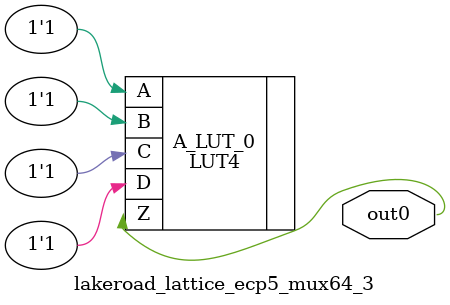
<source format=v>

/* Generated by Yosys 0.19 (git sha1 a45c131b37c, clang 13.1.6 -fPIC -Os) */

module lakeroad_lattice_ecp5_mux64_3(out0);
  wire _0_;
  wire _1_;
  wire _2_;
  wire _3_;
  wire _4_;
  wire _5_;
  wire _6_;
  output out0;
  wire out0;
  LUT4 #(
    .INIT(16'h8000)
  ) A_LUT_0 (
    .A(1'h1),
    .B(1'h1),
    .C(1'h1),
    .D(1'h1),
    .Z(out0)
  );
  LUT4 #(
    .INIT(16'h0000)
  ) B_LUT_1 (
    .A(1'h1),
    .B(1'h1),
    .C(1'h1),
    .D(1'h1),
    .Z(_6_)
  );
  LUT4 #(
    .INIT(16'h0000)
  ) C_LUT_2 (
    .A(1'h1),
    .B(1'h1),
    .C(1'h1),
    .D(1'h1),
    .Z(_5_)
  );
  LUT4 #(
    .INIT(16'h0000)
  ) D_LUT_3 (
    .A(1'h1),
    .B(1'h1),
    .C(1'h1),
    .D(1'h1),
    .Z(_4_)
  );
  LUT4 #(
    .INIT(16'h0000)
  ) E_LUT_4 (
    .A(1'h1),
    .B(1'h1),
    .C(1'h1),
    .D(1'h1),
    .Z(_3_)
  );
  LUT4 #(
    .INIT(16'h0000)
  ) F_LUT_5 (
    .A(1'h1),
    .B(1'h1),
    .C(1'h1),
    .D(1'h1),
    .Z(_2_)
  );
  LUT4 #(
    .INIT(16'h0000)
  ) G_LUT_6 (
    .A(1'h1),
    .B(1'h1),
    .C(1'h1),
    .D(1'h1),
    .Z(_1_)
  );
  LUT4 #(
    .INIT(16'h0000)
  ) H_LUT_7 (
    .A(1'h1),
    .B(1'h1),
    .C(1'h1),
    .D(1'h1),
    .Z(_0_)
  );
endmodule


</source>
